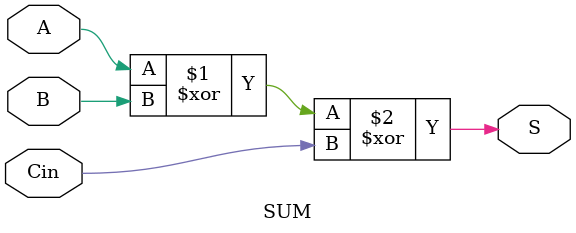
<source format=v>
module SUM (S,A,B,Cin);
output S;
input A,B,Cin;
assign S=A^B^Cin;
endmodule


</source>
